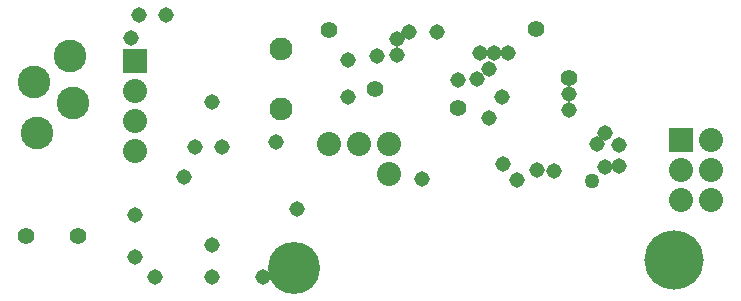
<source format=gbs>
G04 (created by PCBNEW-RS274X (2011-11-27 BZR 3249)-stable) date 1/02/2012 11:26:42 p.m.*
G01*
G70*
G90*
%MOIN*%
G04 Gerber Fmt 3.4, Leading zero omitted, Abs format*
%FSLAX34Y34*%
G04 APERTURE LIST*
%ADD10C,0.006000*%
%ADD11C,0.173900*%
%ADD12C,0.197500*%
%ADD13C,0.108600*%
%ADD14C,0.076000*%
%ADD15C,0.080000*%
%ADD16R,0.080000X0.080000*%
%ADD17C,0.055400*%
%ADD18C,0.055000*%
%ADD19C,0.051500*%
%ADD20C,0.050000*%
G04 APERTURE END LIST*
G54D10*
G54D11*
X10828Y-09232D03*
G54D12*
X23478Y-08982D03*
G54D13*
X02166Y-03053D03*
G54D14*
X10398Y-03932D03*
X10398Y-01932D03*
G54D15*
X11978Y-05092D03*
X12978Y-05092D03*
X13978Y-06092D03*
X13978Y-05092D03*
G54D16*
X05538Y-02352D03*
G54D15*
X05538Y-03352D03*
X05538Y-04352D03*
X05538Y-05352D03*
G54D17*
X03622Y-08169D03*
X01890Y-08169D03*
G54D13*
X02264Y-04726D03*
X03445Y-03742D03*
X03347Y-02167D03*
G54D16*
X23728Y-04982D03*
G54D15*
X24728Y-04982D03*
X23728Y-05982D03*
X24728Y-05982D03*
X23728Y-06982D03*
X24728Y-06982D03*
G54D18*
X16308Y-03902D03*
G54D19*
X16308Y-02972D03*
G54D18*
X19976Y-02898D03*
X11978Y-01302D03*
X18878Y-01282D03*
G54D19*
X19978Y-03962D03*
X17958Y-02082D03*
X17318Y-02592D03*
X17328Y-04232D03*
X21654Y-05157D03*
X18937Y-05984D03*
X17788Y-05772D03*
X21668Y-05842D03*
X17018Y-02082D03*
X13588Y-02172D03*
X14268Y-01612D03*
X21178Y-04732D03*
G54D20*
X20758Y-06342D03*
G54D19*
X06558Y-00792D03*
X09788Y-09532D03*
X05528Y-08862D03*
X15078Y-06282D03*
X08088Y-09552D03*
X05518Y-07472D03*
X08088Y-03712D03*
X17758Y-03542D03*
X14248Y-02132D03*
X18258Y-06292D03*
X05658Y-00812D03*
X19488Y-06002D03*
X19978Y-03452D03*
X16928Y-02952D03*
X06178Y-09542D03*
X15598Y-01362D03*
X08088Y-08462D03*
X05408Y-01582D03*
G54D18*
X13528Y-03262D03*
G54D19*
X10937Y-07264D03*
X14658Y-01362D03*
X08425Y-05221D03*
X17488Y-02062D03*
X10236Y-05032D03*
X12638Y-03543D03*
X12638Y-02323D03*
X21188Y-05862D03*
X20928Y-05092D03*
X07528Y-05212D03*
X07168Y-06202D03*
M02*

</source>
